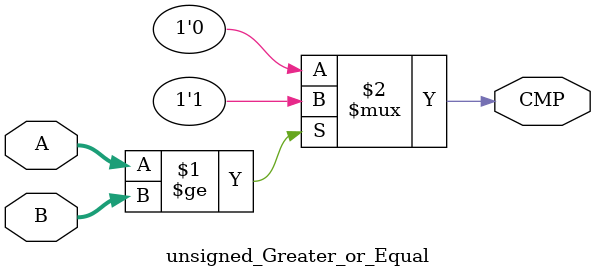
<source format=v>
`timescale 1ns / 1ps

module unsigned_Greater_or_Equal(
    input [7:0] A,
    input [7:0] B,
    output CMP
    );
	 
	 assign CMP = (A >= B) ? 1'b1 : 1'b0;

endmodule

</source>
